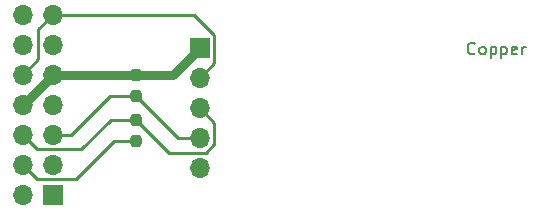
<source format=gbr>
%TF.GenerationSoftware,KiCad,Pcbnew,7.0.10*%
%TF.CreationDate,2024-10-22T16:17:16+01:00*%
%TF.ProjectId,RL78I1C_PMOD_PROG_ADAPTOR_NON_ISO,524c3738-4931-4435-9f50-4d4f445f5052,0*%
%TF.SameCoordinates,Original*%
%TF.FileFunction,Copper,L1,Top*%
%TF.FilePolarity,Positive*%
%FSLAX46Y46*%
G04 Gerber Fmt 4.6, Leading zero omitted, Abs format (unit mm)*
G04 Created by KiCad (PCBNEW 7.0.10) date 2024-10-22 16:17:16*
%MOMM*%
%LPD*%
G01*
G04 APERTURE LIST*
G04 Aperture macros list*
%AMRoundRect*
0 Rectangle with rounded corners*
0 $1 Rounding radius*
0 $2 $3 $4 $5 $6 $7 $8 $9 X,Y pos of 4 corners*
0 Add a 4 corners polygon primitive as box body*
4,1,4,$2,$3,$4,$5,$6,$7,$8,$9,$2,$3,0*
0 Add four circle primitives for the rounded corners*
1,1,$1+$1,$2,$3*
1,1,$1+$1,$4,$5*
1,1,$1+$1,$6,$7*
1,1,$1+$1,$8,$9*
0 Add four rect primitives between the rounded corners*
20,1,$1+$1,$2,$3,$4,$5,0*
20,1,$1+$1,$4,$5,$6,$7,0*
20,1,$1+$1,$6,$7,$8,$9,0*
20,1,$1+$1,$8,$9,$2,$3,0*%
G04 Aperture macros list end*
%ADD10C,0.150000*%
%TA.AperFunction,NonConductor*%
%ADD11C,0.150000*%
%TD*%
%TA.AperFunction,SMDPad,CuDef*%
%ADD12RoundRect,0.237500X0.237500X-0.250000X0.237500X0.250000X-0.237500X0.250000X-0.237500X-0.250000X0*%
%TD*%
%TA.AperFunction,SMDPad,CuDef*%
%ADD13RoundRect,0.237500X-0.237500X0.250000X-0.237500X-0.250000X0.237500X-0.250000X0.237500X0.250000X0*%
%TD*%
%TA.AperFunction,ComponentPad*%
%ADD14R,1.700000X1.700000*%
%TD*%
%TA.AperFunction,ComponentPad*%
%ADD15O,1.700000X1.700000*%
%TD*%
%TA.AperFunction,Conductor*%
%ADD16C,0.254000*%
%TD*%
%TA.AperFunction,Conductor*%
%ADD17C,0.750000*%
%TD*%
G04 APERTURE END LIST*
D10*
D11*
X179008207Y-89774580D02*
X178960588Y-89822200D01*
X178960588Y-89822200D02*
X178817731Y-89869819D01*
X178817731Y-89869819D02*
X178722493Y-89869819D01*
X178722493Y-89869819D02*
X178579636Y-89822200D01*
X178579636Y-89822200D02*
X178484398Y-89726961D01*
X178484398Y-89726961D02*
X178436779Y-89631723D01*
X178436779Y-89631723D02*
X178389160Y-89441247D01*
X178389160Y-89441247D02*
X178389160Y-89298390D01*
X178389160Y-89298390D02*
X178436779Y-89107914D01*
X178436779Y-89107914D02*
X178484398Y-89012676D01*
X178484398Y-89012676D02*
X178579636Y-88917438D01*
X178579636Y-88917438D02*
X178722493Y-88869819D01*
X178722493Y-88869819D02*
X178817731Y-88869819D01*
X178817731Y-88869819D02*
X178960588Y-88917438D01*
X178960588Y-88917438D02*
X179008207Y-88965057D01*
X179579636Y-89869819D02*
X179484398Y-89822200D01*
X179484398Y-89822200D02*
X179436779Y-89774580D01*
X179436779Y-89774580D02*
X179389160Y-89679342D01*
X179389160Y-89679342D02*
X179389160Y-89393628D01*
X179389160Y-89393628D02*
X179436779Y-89298390D01*
X179436779Y-89298390D02*
X179484398Y-89250771D01*
X179484398Y-89250771D02*
X179579636Y-89203152D01*
X179579636Y-89203152D02*
X179722493Y-89203152D01*
X179722493Y-89203152D02*
X179817731Y-89250771D01*
X179817731Y-89250771D02*
X179865350Y-89298390D01*
X179865350Y-89298390D02*
X179912969Y-89393628D01*
X179912969Y-89393628D02*
X179912969Y-89679342D01*
X179912969Y-89679342D02*
X179865350Y-89774580D01*
X179865350Y-89774580D02*
X179817731Y-89822200D01*
X179817731Y-89822200D02*
X179722493Y-89869819D01*
X179722493Y-89869819D02*
X179579636Y-89869819D01*
X180341541Y-89203152D02*
X180341541Y-90203152D01*
X180341541Y-89250771D02*
X180436779Y-89203152D01*
X180436779Y-89203152D02*
X180627255Y-89203152D01*
X180627255Y-89203152D02*
X180722493Y-89250771D01*
X180722493Y-89250771D02*
X180770112Y-89298390D01*
X180770112Y-89298390D02*
X180817731Y-89393628D01*
X180817731Y-89393628D02*
X180817731Y-89679342D01*
X180817731Y-89679342D02*
X180770112Y-89774580D01*
X180770112Y-89774580D02*
X180722493Y-89822200D01*
X180722493Y-89822200D02*
X180627255Y-89869819D01*
X180627255Y-89869819D02*
X180436779Y-89869819D01*
X180436779Y-89869819D02*
X180341541Y-89822200D01*
X181246303Y-89203152D02*
X181246303Y-90203152D01*
X181246303Y-89250771D02*
X181341541Y-89203152D01*
X181341541Y-89203152D02*
X181532017Y-89203152D01*
X181532017Y-89203152D02*
X181627255Y-89250771D01*
X181627255Y-89250771D02*
X181674874Y-89298390D01*
X181674874Y-89298390D02*
X181722493Y-89393628D01*
X181722493Y-89393628D02*
X181722493Y-89679342D01*
X181722493Y-89679342D02*
X181674874Y-89774580D01*
X181674874Y-89774580D02*
X181627255Y-89822200D01*
X181627255Y-89822200D02*
X181532017Y-89869819D01*
X181532017Y-89869819D02*
X181341541Y-89869819D01*
X181341541Y-89869819D02*
X181246303Y-89822200D01*
X182532017Y-89822200D02*
X182436779Y-89869819D01*
X182436779Y-89869819D02*
X182246303Y-89869819D01*
X182246303Y-89869819D02*
X182151065Y-89822200D01*
X182151065Y-89822200D02*
X182103446Y-89726961D01*
X182103446Y-89726961D02*
X182103446Y-89346009D01*
X182103446Y-89346009D02*
X182151065Y-89250771D01*
X182151065Y-89250771D02*
X182246303Y-89203152D01*
X182246303Y-89203152D02*
X182436779Y-89203152D01*
X182436779Y-89203152D02*
X182532017Y-89250771D01*
X182532017Y-89250771D02*
X182579636Y-89346009D01*
X182579636Y-89346009D02*
X182579636Y-89441247D01*
X182579636Y-89441247D02*
X182103446Y-89536485D01*
X183008208Y-89869819D02*
X183008208Y-89203152D01*
X183008208Y-89393628D02*
X183055827Y-89298390D01*
X183055827Y-89298390D02*
X183103446Y-89250771D01*
X183103446Y-89250771D02*
X183198684Y-89203152D01*
X183198684Y-89203152D02*
X183293922Y-89203152D01*
D12*
%TO.P,R2,1*%
%TO.N,Net-(J1-Pin_4)*%
X150300000Y-97212500D03*
%TO.P,R2,2*%
%TO.N,/~{RESET_IN}*%
X150300000Y-95387500D03*
%TD*%
D13*
%TO.P,R1,1*%
%TO.N,VCC*%
X150300000Y-91587500D03*
%TO.P,R1,2*%
%TO.N,/TOOL0*%
X150300000Y-93412500D03*
%TD*%
D14*
%TO.P,J1,1,Pin_1*%
%TO.N,unconnected-(J1-Pin_1-Pad1)*%
X143270400Y-101767200D03*
D15*
%TO.P,J1,2,Pin_2*%
%TO.N,GND*%
X140730400Y-101767200D03*
%TO.P,J1,3,Pin_3*%
%TO.N,unconnected-(J1-Pin_3-Pad3)*%
X143270400Y-99227200D03*
%TO.P,J1,4,Pin_4*%
%TO.N,Net-(J1-Pin_4)*%
X140730400Y-99227200D03*
%TO.P,J1,5,Pin_5*%
%TO.N,/TOOL0*%
X143270400Y-96687200D03*
%TO.P,J1,6,Pin_6*%
%TO.N,/~{RESET_IN}*%
X140730400Y-96687200D03*
%TO.P,J1,7,Pin_7*%
%TO.N,unconnected-(J1-Pin_7-Pad7)*%
X143270400Y-94147200D03*
%TO.P,J1,8,Pin_8*%
%TO.N,VCC*%
X140730400Y-94147200D03*
%TO.P,J1,9,Pin_9*%
X143270400Y-91607200D03*
%TO.P,J1,10,Pin_10*%
%TO.N,/~{RESET_OUT}*%
X140730400Y-91607200D03*
%TO.P,J1,11,Pin_11*%
%TO.N,unconnected-(J1-Pin_11-Pad11)*%
X143270400Y-89067200D03*
%TO.P,J1,12,Pin_12*%
%TO.N,GND*%
X140730400Y-89067200D03*
%TO.P,J1,13,Pin_13*%
%TO.N,/~{RESET_OUT}*%
X143270400Y-86527200D03*
%TO.P,J1,14,Pin_14*%
%TO.N,GND*%
X140730400Y-86527200D03*
%TD*%
D14*
%TO.P,J2,1,Pin_1*%
%TO.N,VCC*%
X155700000Y-89325000D03*
D15*
%TO.P,J2,2,Pin_2*%
%TO.N,/~{RESET_OUT}*%
X155700000Y-91865000D03*
%TO.P,J2,3,Pin_3*%
%TO.N,/~{RESET_IN}*%
X155700000Y-94405000D03*
%TO.P,J2,4,Pin_4*%
%TO.N,/TOOL0*%
X155700000Y-96945000D03*
%TO.P,J2,5,Pin_5*%
%TO.N,GND*%
X155700000Y-99485000D03*
%TD*%
D16*
%TO.N,Net-(J1-Pin_4)*%
X141961400Y-100458200D02*
X140730400Y-99227200D01*
X148443750Y-97212500D02*
X145198050Y-100458200D01*
X145198050Y-100458200D02*
X141961400Y-100458200D01*
X150300000Y-97212500D02*
X148443750Y-97212500D01*
D17*
%TO.N,VCC*%
X140730400Y-94147200D02*
X143270400Y-91607200D01*
X153437500Y-91587500D02*
X155700000Y-89325000D01*
X143270400Y-91607200D02*
X150280300Y-91607200D01*
X150280300Y-91607200D02*
X150300000Y-91587500D01*
X150300000Y-91587500D02*
X153437500Y-91587500D01*
D16*
%TO.N,/~{RESET_OUT}*%
X156931000Y-88231000D02*
X155227200Y-86527200D01*
X142039400Y-87758200D02*
X143270400Y-86527200D01*
X155700000Y-91865000D02*
X156931000Y-90634000D01*
X155227200Y-86527200D02*
X143270400Y-86527200D01*
X156931000Y-90634000D02*
X156931000Y-88231000D01*
X140730400Y-91607200D02*
X142039400Y-90298200D01*
X142039400Y-90298200D02*
X142039400Y-87758200D01*
%TO.N,/~{RESET_IN}*%
X150300000Y-95387500D02*
X153088500Y-98176000D01*
X156209897Y-98176000D02*
X156931000Y-97454897D01*
X140730400Y-96687200D02*
X141961400Y-97918200D01*
X141961400Y-97918200D02*
X145681800Y-97918200D01*
X145681800Y-97918200D02*
X148212500Y-95387500D01*
X148212500Y-95387500D02*
X150300000Y-95387500D01*
X153088500Y-98176000D02*
X156209897Y-98176000D01*
X156931000Y-95636000D02*
X155700000Y-94405000D01*
X156931000Y-97454897D02*
X156931000Y-95636000D01*
%TO.N,/TOOL0*%
X153832500Y-96945000D02*
X150300000Y-93412500D01*
X155700000Y-96945000D02*
X153832500Y-96945000D01*
X148087500Y-93412500D02*
X144812800Y-96687200D01*
X150300000Y-93412500D02*
X148087500Y-93412500D01*
X144812800Y-96687200D02*
X143270400Y-96687200D01*
%TD*%
M02*

</source>
